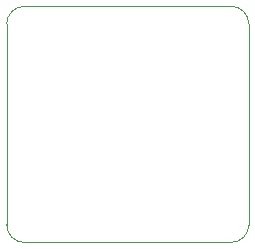
<source format=gbr>
G04 #@! TF.FileFunction,Profile,NP*
%FSLAX46Y46*%
G04 Gerber Fmt 4.6, Leading zero omitted, Abs format (unit mm)*
G04 Created by KiCad (PCBNEW 4.0.5) date Sunday, 09. April 2017 'u32' 16:32:30*
%MOMM*%
%LPD*%
G01*
G04 APERTURE LIST*
%ADD10C,0.100000*%
G04 APERTURE END LIST*
D10*
X136500000Y-80500000D02*
G75*
G03X135000000Y-79000000I-1500000J0D01*
G01*
X135000000Y-99000000D02*
G75*
G03X136500000Y-97500000I0J1500000D01*
G01*
X116000000Y-97500000D02*
G75*
G03X117500000Y-99000000I1500000J0D01*
G01*
X117500000Y-79000000D02*
G75*
G03X116000000Y-80500000I0J-1500000D01*
G01*
X116000000Y-80500000D02*
X116000000Y-97500000D01*
X135000000Y-79000000D02*
X117500000Y-79000000D01*
X136500000Y-97500000D02*
X136500000Y-80500000D01*
X117500000Y-99000000D02*
X135000000Y-99000000D01*
M02*

</source>
